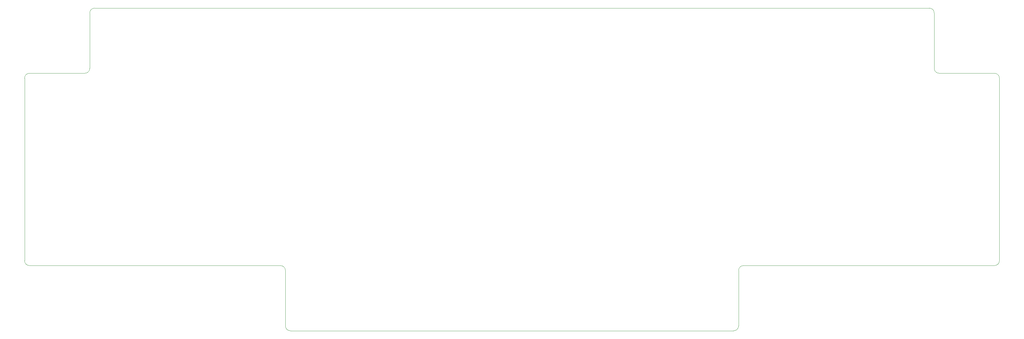
<source format=gbr>
%TF.GenerationSoftware,KiCad,Pcbnew,7.0.9*%
%TF.CreationDate,2024-01-02T18:20:27+09:00*%
%TF.ProjectId,SpaceCadet2024,53706163-6543-4616-9465-74323032342e,rev?*%
%TF.SameCoordinates,Original*%
%TF.FileFunction,Profile,NP*%
%FSLAX46Y46*%
G04 Gerber Fmt 4.6, Leading zero omitted, Abs format (unit mm)*
G04 Created by KiCad (PCBNEW 7.0.9) date 2024-01-02 18:20:27*
%MOMM*%
%LPD*%
G01*
G04 APERTURE LIST*
%TA.AperFunction,Profile*%
%ADD10C,0.100000*%
%TD*%
G04 APERTURE END LIST*
D10*
X-4750000Y-31825000D02*
G75*
G03*
X-6175000Y-33250000I1J-1425001D01*
G01*
X258875000Y-14250000D02*
X258874998Y-30400001D01*
X-6175000Y-86450000D02*
X-6175000Y-33250000D01*
X277875000Y-33250000D02*
X277875000Y-86450000D01*
X14250000Y-12825000D02*
G75*
G03*
X12825000Y-14250000I0J-1425000D01*
G01*
X-6175000Y-86450000D02*
G75*
G03*
X-4750000Y-87875000I1425001J1D01*
G01*
X69825000Y-105450000D02*
X69825000Y-89300000D01*
X277875000Y-33250000D02*
G75*
G03*
X276450000Y-31825000I-1425000J0D01*
G01*
X12825000Y-30400000D02*
X12825000Y-14250000D01*
X276450000Y-87875000D02*
X203299999Y-87874999D01*
X68400000Y-87875000D02*
X-4750000Y-87875000D01*
X200450000Y-106875000D02*
G75*
G03*
X201875000Y-105450000I0J1425000D01*
G01*
X11400000Y-31825000D02*
G75*
G03*
X12825000Y-30400000I0J1425000D01*
G01*
X258875000Y-14250000D02*
G75*
G03*
X257450000Y-12825000I-1425000J0D01*
G01*
X69825000Y-105450000D02*
G75*
G03*
X71250000Y-106875000I1425000J0D01*
G01*
X260299998Y-31825001D02*
X276450000Y-31825000D01*
X258874999Y-30400001D02*
G75*
G03*
X260299998Y-31825001I1425001J1D01*
G01*
X200450000Y-106875000D02*
X71250000Y-106875000D01*
X276450000Y-87875000D02*
G75*
G03*
X277875000Y-86450000I0J1425000D01*
G01*
X203299999Y-87874999D02*
G75*
G03*
X201874999Y-89299999I1J-1425001D01*
G01*
X201874999Y-89299999D02*
X201875000Y-105450000D01*
X-4750000Y-31825000D02*
X11400000Y-31825000D01*
X69825000Y-89300000D02*
G75*
G03*
X68400000Y-87875000I-1425000J0D01*
G01*
X14250000Y-12825000D02*
X257450000Y-12825000D01*
M02*

</source>
